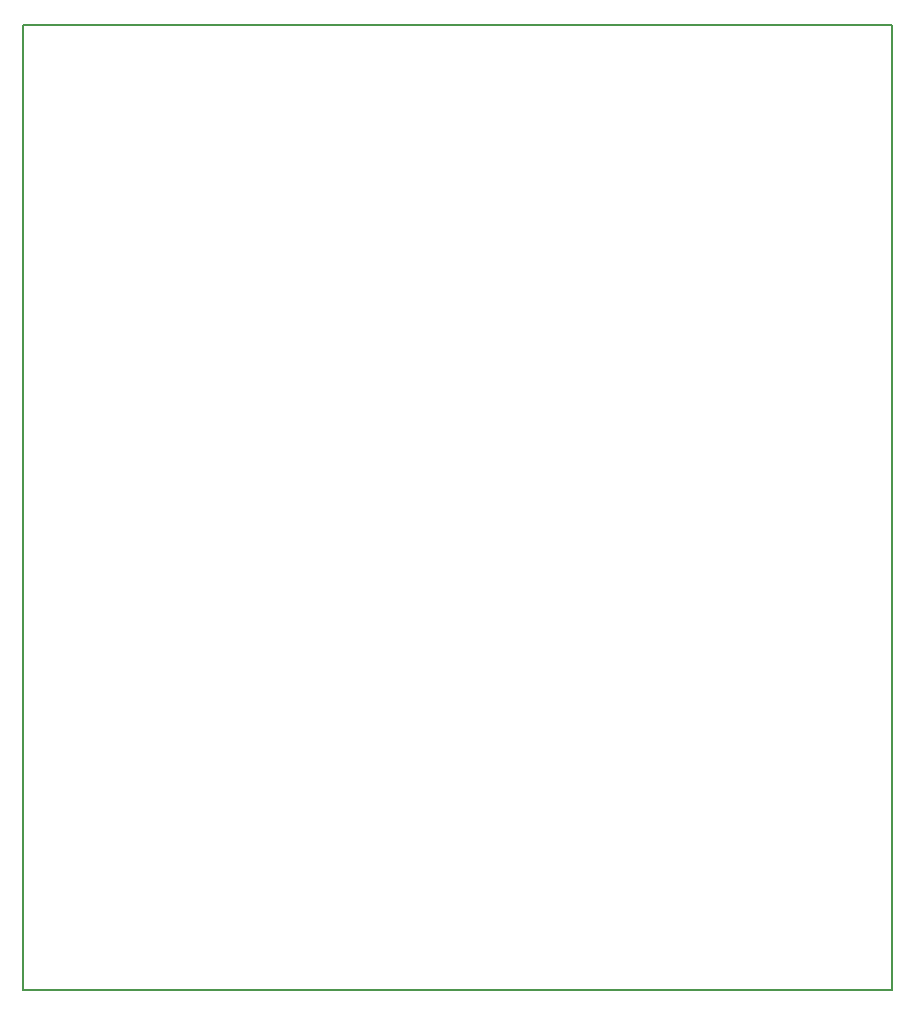
<source format=gbr>
G04 DesignSpark PCB Gerber Version 9.0 Build 5138 *
G04 #@! TF.Part,Single*
%FSLAX35Y35*%
%MOIN*%
%ADD12C,0.00500*%
X0Y0D02*
D02*
D12*
X250Y5950D02*
X290014D01*
Y327603*
X250*
Y5950*
X0Y0D02*
M02*

</source>
